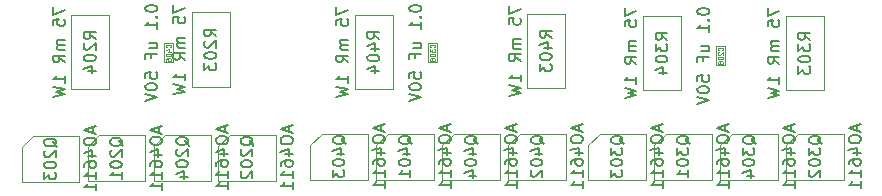
<source format=gbr>
G04 #@! TF.GenerationSoftware,KiCad,Pcbnew,5.1.8*
G04 #@! TF.CreationDate,2021-01-20T23:19:54-05:00*
G04 #@! TF.ProjectId,cnc-controller,636e632d-636f-46e7-9472-6f6c6c65722e,rev?*
G04 #@! TF.SameCoordinates,Original*
G04 #@! TF.FileFunction,Other,Fab,Bot*
%FSLAX46Y46*%
G04 Gerber Fmt 4.6, Leading zero omitted, Abs format (unit mm)*
G04 Created by KiCad (PCBNEW 5.1.8) date 2021-01-20 23:19:54*
%MOMM*%
%LPD*%
G01*
G04 APERTURE LIST*
%ADD10C,0.100000*%
%ADD11C,0.150000*%
%ADD12C,0.060000*%
G04 APERTURE END LIST*
D10*
X52600000Y-153250000D02*
X52600000Y-159550000D01*
X55800000Y-153250000D02*
X52600000Y-153250000D01*
X55800000Y-159550000D02*
X55800000Y-153250000D01*
X52600000Y-159550000D02*
X55800000Y-159550000D01*
X67200000Y-153150000D02*
X67200000Y-159450000D01*
X70400000Y-153150000D02*
X67200000Y-153150000D01*
X70400000Y-159450000D02*
X70400000Y-153150000D01*
X67200000Y-159450000D02*
X70400000Y-159450000D01*
X77000000Y-153350000D02*
X77000000Y-159650000D01*
X80200000Y-153350000D02*
X77000000Y-153350000D01*
X80200000Y-159650000D02*
X80200000Y-153350000D01*
X77000000Y-159650000D02*
X80200000Y-159650000D01*
X89100000Y-153350000D02*
X89100000Y-159650000D01*
X92300000Y-153350000D02*
X89100000Y-153350000D01*
X92300000Y-159650000D02*
X92300000Y-153350000D01*
X89100000Y-159650000D02*
X92300000Y-159650000D01*
X28600000Y-153250000D02*
X28600000Y-159550000D01*
X31800000Y-153250000D02*
X28600000Y-153250000D01*
X31800000Y-159550000D02*
X31800000Y-153250000D01*
X28600000Y-159550000D02*
X31800000Y-159550000D01*
X38800000Y-153050000D02*
X38800000Y-159350000D01*
X42000000Y-153050000D02*
X38800000Y-153050000D01*
X42000000Y-159350000D02*
X42000000Y-153050000D01*
X38800000Y-159350000D02*
X42000000Y-159350000D01*
X60971000Y-163304000D02*
X59996000Y-164279000D01*
X64896000Y-163304000D02*
X60971000Y-163304000D01*
X64896000Y-167204000D02*
X64896000Y-163304000D01*
X59996000Y-167204000D02*
X64896000Y-167204000D01*
X59996000Y-164279000D02*
X59996000Y-167204000D01*
X49795000Y-163304000D02*
X48820000Y-164279000D01*
X53720000Y-163304000D02*
X49795000Y-163304000D01*
X53720000Y-167204000D02*
X53720000Y-163304000D01*
X48820000Y-167204000D02*
X53720000Y-167204000D01*
X48820000Y-164279000D02*
X48820000Y-167204000D01*
X66559000Y-163304000D02*
X65584000Y-164279000D01*
X70484000Y-163304000D02*
X66559000Y-163304000D01*
X70484000Y-167204000D02*
X70484000Y-163304000D01*
X65584000Y-167204000D02*
X70484000Y-167204000D01*
X65584000Y-164279000D02*
X65584000Y-167204000D01*
X55383000Y-163304000D02*
X54408000Y-164279000D01*
X59308000Y-163304000D02*
X55383000Y-163304000D01*
X59308000Y-167204000D02*
X59308000Y-163304000D01*
X54408000Y-167204000D02*
X59308000Y-167204000D01*
X54408000Y-164279000D02*
X54408000Y-167204000D01*
X84509000Y-163304000D02*
X83534000Y-164279000D01*
X88434000Y-163304000D02*
X84509000Y-163304000D01*
X88434000Y-167204000D02*
X88434000Y-163304000D01*
X83534000Y-167204000D02*
X88434000Y-167204000D01*
X83534000Y-164279000D02*
X83534000Y-167204000D01*
X73333000Y-163304000D02*
X72358000Y-164279000D01*
X77258000Y-163304000D02*
X73333000Y-163304000D01*
X77258000Y-167204000D02*
X77258000Y-163304000D01*
X72358000Y-167204000D02*
X77258000Y-167204000D01*
X72358000Y-164279000D02*
X72358000Y-167204000D01*
X90097000Y-163304000D02*
X89122000Y-164279000D01*
X94022000Y-163304000D02*
X90097000Y-163304000D01*
X94022000Y-167204000D02*
X94022000Y-163304000D01*
X89122000Y-167204000D02*
X94022000Y-167204000D01*
X89122000Y-164279000D02*
X89122000Y-167204000D01*
X78921000Y-163304000D02*
X77946000Y-164279000D01*
X82846000Y-163304000D02*
X78921000Y-163304000D01*
X82846000Y-167204000D02*
X82846000Y-163304000D01*
X77946000Y-167204000D02*
X82846000Y-167204000D01*
X77946000Y-164279000D02*
X77946000Y-167204000D01*
X36531000Y-163400000D02*
X35556000Y-164375000D01*
X40456000Y-163400000D02*
X36531000Y-163400000D01*
X40456000Y-167300000D02*
X40456000Y-163400000D01*
X35556000Y-167300000D02*
X40456000Y-167300000D01*
X35556000Y-164375000D02*
X35556000Y-167300000D01*
X25355000Y-163504000D02*
X24380000Y-164479000D01*
X29280000Y-163504000D02*
X25355000Y-163504000D01*
X29280000Y-167404000D02*
X29280000Y-163504000D01*
X24380000Y-167404000D02*
X29280000Y-167404000D01*
X24380000Y-164479000D02*
X24380000Y-167404000D01*
X41995000Y-163400000D02*
X41020000Y-164375000D01*
X45920000Y-163400000D02*
X41995000Y-163400000D01*
X45920000Y-167300000D02*
X45920000Y-163400000D01*
X41020000Y-167300000D02*
X45920000Y-167300000D01*
X41020000Y-164375000D02*
X41020000Y-167300000D01*
X30943000Y-163450000D02*
X29968000Y-164425000D01*
X34868000Y-163450000D02*
X30943000Y-163450000D01*
X34868000Y-167350000D02*
X34868000Y-163450000D01*
X29968000Y-167350000D02*
X34868000Y-167350000D01*
X29968000Y-164425000D02*
X29968000Y-167350000D01*
X36430000Y-155664000D02*
X36430000Y-157264000D01*
X37230000Y-155664000D02*
X36430000Y-155664000D01*
X37230000Y-157264000D02*
X37230000Y-155664000D01*
X36430000Y-157264000D02*
X37230000Y-157264000D01*
X58782000Y-155664000D02*
X58782000Y-157264000D01*
X59582000Y-155664000D02*
X58782000Y-155664000D01*
X59582000Y-157264000D02*
X59582000Y-155664000D01*
X58782000Y-157264000D02*
X59582000Y-157264000D01*
X83166000Y-155918000D02*
X83166000Y-157518000D01*
X83966000Y-155918000D02*
X83166000Y-155918000D01*
X83966000Y-157518000D02*
X83966000Y-155918000D01*
X83166000Y-157518000D02*
X83966000Y-157518000D01*
D11*
X51032380Y-152614285D02*
X51032380Y-153280952D01*
X52032380Y-152852380D01*
X51032380Y-154138095D02*
X51032380Y-153661904D01*
X51508571Y-153614285D01*
X51460952Y-153661904D01*
X51413333Y-153757142D01*
X51413333Y-153995238D01*
X51460952Y-154090476D01*
X51508571Y-154138095D01*
X51603809Y-154185714D01*
X51841904Y-154185714D01*
X51937142Y-154138095D01*
X51984761Y-154090476D01*
X52032380Y-153995238D01*
X52032380Y-153757142D01*
X51984761Y-153661904D01*
X51937142Y-153614285D01*
X52032380Y-155376190D02*
X51365714Y-155376190D01*
X51460952Y-155376190D02*
X51413333Y-155423809D01*
X51365714Y-155519047D01*
X51365714Y-155661904D01*
X51413333Y-155757142D01*
X51508571Y-155804761D01*
X52032380Y-155804761D01*
X51508571Y-155804761D02*
X51413333Y-155852380D01*
X51365714Y-155947619D01*
X51365714Y-156090476D01*
X51413333Y-156185714D01*
X51508571Y-156233333D01*
X52032380Y-156233333D01*
X52032380Y-157280952D02*
X51556190Y-156947619D01*
X52032380Y-156709523D02*
X51032380Y-156709523D01*
X51032380Y-157090476D01*
X51080000Y-157185714D01*
X51127619Y-157233333D01*
X51222857Y-157280952D01*
X51365714Y-157280952D01*
X51460952Y-157233333D01*
X51508571Y-157185714D01*
X51556190Y-157090476D01*
X51556190Y-156709523D01*
X52032380Y-158995238D02*
X52032380Y-158423809D01*
X52032380Y-158709523D02*
X51032380Y-158709523D01*
X51175238Y-158614285D01*
X51270476Y-158519047D01*
X51318095Y-158423809D01*
X51032380Y-159328571D02*
X52032380Y-159566666D01*
X51318095Y-159757142D01*
X52032380Y-159947619D01*
X51032380Y-160185714D01*
X54652380Y-155280952D02*
X54176190Y-154947619D01*
X54652380Y-154709523D02*
X53652380Y-154709523D01*
X53652380Y-155090476D01*
X53700000Y-155185714D01*
X53747619Y-155233333D01*
X53842857Y-155280952D01*
X53985714Y-155280952D01*
X54080952Y-155233333D01*
X54128571Y-155185714D01*
X54176190Y-155090476D01*
X54176190Y-154709523D01*
X53985714Y-156138095D02*
X54652380Y-156138095D01*
X53604761Y-155900000D02*
X54319047Y-155661904D01*
X54319047Y-156280952D01*
X53652380Y-156852380D02*
X53652380Y-156947619D01*
X53700000Y-157042857D01*
X53747619Y-157090476D01*
X53842857Y-157138095D01*
X54033333Y-157185714D01*
X54271428Y-157185714D01*
X54461904Y-157138095D01*
X54557142Y-157090476D01*
X54604761Y-157042857D01*
X54652380Y-156947619D01*
X54652380Y-156852380D01*
X54604761Y-156757142D01*
X54557142Y-156709523D01*
X54461904Y-156661904D01*
X54271428Y-156614285D01*
X54033333Y-156614285D01*
X53842857Y-156661904D01*
X53747619Y-156709523D01*
X53700000Y-156757142D01*
X53652380Y-156852380D01*
X53985714Y-158042857D02*
X54652380Y-158042857D01*
X53604761Y-157804761D02*
X54319047Y-157566666D01*
X54319047Y-158185714D01*
X65632380Y-152514285D02*
X65632380Y-153180952D01*
X66632380Y-152752380D01*
X65632380Y-154038095D02*
X65632380Y-153561904D01*
X66108571Y-153514285D01*
X66060952Y-153561904D01*
X66013333Y-153657142D01*
X66013333Y-153895238D01*
X66060952Y-153990476D01*
X66108571Y-154038095D01*
X66203809Y-154085714D01*
X66441904Y-154085714D01*
X66537142Y-154038095D01*
X66584761Y-153990476D01*
X66632380Y-153895238D01*
X66632380Y-153657142D01*
X66584761Y-153561904D01*
X66537142Y-153514285D01*
X66632380Y-155276190D02*
X65965714Y-155276190D01*
X66060952Y-155276190D02*
X66013333Y-155323809D01*
X65965714Y-155419047D01*
X65965714Y-155561904D01*
X66013333Y-155657142D01*
X66108571Y-155704761D01*
X66632380Y-155704761D01*
X66108571Y-155704761D02*
X66013333Y-155752380D01*
X65965714Y-155847619D01*
X65965714Y-155990476D01*
X66013333Y-156085714D01*
X66108571Y-156133333D01*
X66632380Y-156133333D01*
X66632380Y-157180952D02*
X66156190Y-156847619D01*
X66632380Y-156609523D02*
X65632380Y-156609523D01*
X65632380Y-156990476D01*
X65680000Y-157085714D01*
X65727619Y-157133333D01*
X65822857Y-157180952D01*
X65965714Y-157180952D01*
X66060952Y-157133333D01*
X66108571Y-157085714D01*
X66156190Y-156990476D01*
X66156190Y-156609523D01*
X66632380Y-158895238D02*
X66632380Y-158323809D01*
X66632380Y-158609523D02*
X65632380Y-158609523D01*
X65775238Y-158514285D01*
X65870476Y-158419047D01*
X65918095Y-158323809D01*
X65632380Y-159228571D02*
X66632380Y-159466666D01*
X65918095Y-159657142D01*
X66632380Y-159847619D01*
X65632380Y-160085714D01*
X69252380Y-155180952D02*
X68776190Y-154847619D01*
X69252380Y-154609523D02*
X68252380Y-154609523D01*
X68252380Y-154990476D01*
X68300000Y-155085714D01*
X68347619Y-155133333D01*
X68442857Y-155180952D01*
X68585714Y-155180952D01*
X68680952Y-155133333D01*
X68728571Y-155085714D01*
X68776190Y-154990476D01*
X68776190Y-154609523D01*
X68585714Y-156038095D02*
X69252380Y-156038095D01*
X68204761Y-155800000D02*
X68919047Y-155561904D01*
X68919047Y-156180952D01*
X68252380Y-156752380D02*
X68252380Y-156847619D01*
X68300000Y-156942857D01*
X68347619Y-156990476D01*
X68442857Y-157038095D01*
X68633333Y-157085714D01*
X68871428Y-157085714D01*
X69061904Y-157038095D01*
X69157142Y-156990476D01*
X69204761Y-156942857D01*
X69252380Y-156847619D01*
X69252380Y-156752380D01*
X69204761Y-156657142D01*
X69157142Y-156609523D01*
X69061904Y-156561904D01*
X68871428Y-156514285D01*
X68633333Y-156514285D01*
X68442857Y-156561904D01*
X68347619Y-156609523D01*
X68300000Y-156657142D01*
X68252380Y-156752380D01*
X68252380Y-157419047D02*
X68252380Y-158038095D01*
X68633333Y-157704761D01*
X68633333Y-157847619D01*
X68680952Y-157942857D01*
X68728571Y-157990476D01*
X68823809Y-158038095D01*
X69061904Y-158038095D01*
X69157142Y-157990476D01*
X69204761Y-157942857D01*
X69252380Y-157847619D01*
X69252380Y-157561904D01*
X69204761Y-157466666D01*
X69157142Y-157419047D01*
X75432380Y-152714285D02*
X75432380Y-153380952D01*
X76432380Y-152952380D01*
X75432380Y-154238095D02*
X75432380Y-153761904D01*
X75908571Y-153714285D01*
X75860952Y-153761904D01*
X75813333Y-153857142D01*
X75813333Y-154095238D01*
X75860952Y-154190476D01*
X75908571Y-154238095D01*
X76003809Y-154285714D01*
X76241904Y-154285714D01*
X76337142Y-154238095D01*
X76384761Y-154190476D01*
X76432380Y-154095238D01*
X76432380Y-153857142D01*
X76384761Y-153761904D01*
X76337142Y-153714285D01*
X76432380Y-155476190D02*
X75765714Y-155476190D01*
X75860952Y-155476190D02*
X75813333Y-155523809D01*
X75765714Y-155619047D01*
X75765714Y-155761904D01*
X75813333Y-155857142D01*
X75908571Y-155904761D01*
X76432380Y-155904761D01*
X75908571Y-155904761D02*
X75813333Y-155952380D01*
X75765714Y-156047619D01*
X75765714Y-156190476D01*
X75813333Y-156285714D01*
X75908571Y-156333333D01*
X76432380Y-156333333D01*
X76432380Y-157380952D02*
X75956190Y-157047619D01*
X76432380Y-156809523D02*
X75432380Y-156809523D01*
X75432380Y-157190476D01*
X75480000Y-157285714D01*
X75527619Y-157333333D01*
X75622857Y-157380952D01*
X75765714Y-157380952D01*
X75860952Y-157333333D01*
X75908571Y-157285714D01*
X75956190Y-157190476D01*
X75956190Y-156809523D01*
X76432380Y-159095238D02*
X76432380Y-158523809D01*
X76432380Y-158809523D02*
X75432380Y-158809523D01*
X75575238Y-158714285D01*
X75670476Y-158619047D01*
X75718095Y-158523809D01*
X75432380Y-159428571D02*
X76432380Y-159666666D01*
X75718095Y-159857142D01*
X76432380Y-160047619D01*
X75432380Y-160285714D01*
X79052380Y-155380952D02*
X78576190Y-155047619D01*
X79052380Y-154809523D02*
X78052380Y-154809523D01*
X78052380Y-155190476D01*
X78100000Y-155285714D01*
X78147619Y-155333333D01*
X78242857Y-155380952D01*
X78385714Y-155380952D01*
X78480952Y-155333333D01*
X78528571Y-155285714D01*
X78576190Y-155190476D01*
X78576190Y-154809523D01*
X78052380Y-155714285D02*
X78052380Y-156333333D01*
X78433333Y-156000000D01*
X78433333Y-156142857D01*
X78480952Y-156238095D01*
X78528571Y-156285714D01*
X78623809Y-156333333D01*
X78861904Y-156333333D01*
X78957142Y-156285714D01*
X79004761Y-156238095D01*
X79052380Y-156142857D01*
X79052380Y-155857142D01*
X79004761Y-155761904D01*
X78957142Y-155714285D01*
X78052380Y-156952380D02*
X78052380Y-157047619D01*
X78100000Y-157142857D01*
X78147619Y-157190476D01*
X78242857Y-157238095D01*
X78433333Y-157285714D01*
X78671428Y-157285714D01*
X78861904Y-157238095D01*
X78957142Y-157190476D01*
X79004761Y-157142857D01*
X79052380Y-157047619D01*
X79052380Y-156952380D01*
X79004761Y-156857142D01*
X78957142Y-156809523D01*
X78861904Y-156761904D01*
X78671428Y-156714285D01*
X78433333Y-156714285D01*
X78242857Y-156761904D01*
X78147619Y-156809523D01*
X78100000Y-156857142D01*
X78052380Y-156952380D01*
X78385714Y-158142857D02*
X79052380Y-158142857D01*
X78004761Y-157904761D02*
X78719047Y-157666666D01*
X78719047Y-158285714D01*
X87532380Y-152714285D02*
X87532380Y-153380952D01*
X88532380Y-152952380D01*
X87532380Y-154238095D02*
X87532380Y-153761904D01*
X88008571Y-153714285D01*
X87960952Y-153761904D01*
X87913333Y-153857142D01*
X87913333Y-154095238D01*
X87960952Y-154190476D01*
X88008571Y-154238095D01*
X88103809Y-154285714D01*
X88341904Y-154285714D01*
X88437142Y-154238095D01*
X88484761Y-154190476D01*
X88532380Y-154095238D01*
X88532380Y-153857142D01*
X88484761Y-153761904D01*
X88437142Y-153714285D01*
X88532380Y-155476190D02*
X87865714Y-155476190D01*
X87960952Y-155476190D02*
X87913333Y-155523809D01*
X87865714Y-155619047D01*
X87865714Y-155761904D01*
X87913333Y-155857142D01*
X88008571Y-155904761D01*
X88532380Y-155904761D01*
X88008571Y-155904761D02*
X87913333Y-155952380D01*
X87865714Y-156047619D01*
X87865714Y-156190476D01*
X87913333Y-156285714D01*
X88008571Y-156333333D01*
X88532380Y-156333333D01*
X88532380Y-157380952D02*
X88056190Y-157047619D01*
X88532380Y-156809523D02*
X87532380Y-156809523D01*
X87532380Y-157190476D01*
X87580000Y-157285714D01*
X87627619Y-157333333D01*
X87722857Y-157380952D01*
X87865714Y-157380952D01*
X87960952Y-157333333D01*
X88008571Y-157285714D01*
X88056190Y-157190476D01*
X88056190Y-156809523D01*
X88532380Y-159095238D02*
X88532380Y-158523809D01*
X88532380Y-158809523D02*
X87532380Y-158809523D01*
X87675238Y-158714285D01*
X87770476Y-158619047D01*
X87818095Y-158523809D01*
X87532380Y-159428571D02*
X88532380Y-159666666D01*
X87818095Y-159857142D01*
X88532380Y-160047619D01*
X87532380Y-160285714D01*
X91152380Y-155380952D02*
X90676190Y-155047619D01*
X91152380Y-154809523D02*
X90152380Y-154809523D01*
X90152380Y-155190476D01*
X90200000Y-155285714D01*
X90247619Y-155333333D01*
X90342857Y-155380952D01*
X90485714Y-155380952D01*
X90580952Y-155333333D01*
X90628571Y-155285714D01*
X90676190Y-155190476D01*
X90676190Y-154809523D01*
X90152380Y-155714285D02*
X90152380Y-156333333D01*
X90533333Y-156000000D01*
X90533333Y-156142857D01*
X90580952Y-156238095D01*
X90628571Y-156285714D01*
X90723809Y-156333333D01*
X90961904Y-156333333D01*
X91057142Y-156285714D01*
X91104761Y-156238095D01*
X91152380Y-156142857D01*
X91152380Y-155857142D01*
X91104761Y-155761904D01*
X91057142Y-155714285D01*
X90152380Y-156952380D02*
X90152380Y-157047619D01*
X90200000Y-157142857D01*
X90247619Y-157190476D01*
X90342857Y-157238095D01*
X90533333Y-157285714D01*
X90771428Y-157285714D01*
X90961904Y-157238095D01*
X91057142Y-157190476D01*
X91104761Y-157142857D01*
X91152380Y-157047619D01*
X91152380Y-156952380D01*
X91104761Y-156857142D01*
X91057142Y-156809523D01*
X90961904Y-156761904D01*
X90771428Y-156714285D01*
X90533333Y-156714285D01*
X90342857Y-156761904D01*
X90247619Y-156809523D01*
X90200000Y-156857142D01*
X90152380Y-156952380D01*
X90152380Y-157619047D02*
X90152380Y-158238095D01*
X90533333Y-157904761D01*
X90533333Y-158047619D01*
X90580952Y-158142857D01*
X90628571Y-158190476D01*
X90723809Y-158238095D01*
X90961904Y-158238095D01*
X91057142Y-158190476D01*
X91104761Y-158142857D01*
X91152380Y-158047619D01*
X91152380Y-157761904D01*
X91104761Y-157666666D01*
X91057142Y-157619047D01*
X27032380Y-152614285D02*
X27032380Y-153280952D01*
X28032380Y-152852380D01*
X27032380Y-154138095D02*
X27032380Y-153661904D01*
X27508571Y-153614285D01*
X27460952Y-153661904D01*
X27413333Y-153757142D01*
X27413333Y-153995238D01*
X27460952Y-154090476D01*
X27508571Y-154138095D01*
X27603809Y-154185714D01*
X27841904Y-154185714D01*
X27937142Y-154138095D01*
X27984761Y-154090476D01*
X28032380Y-153995238D01*
X28032380Y-153757142D01*
X27984761Y-153661904D01*
X27937142Y-153614285D01*
X28032380Y-155376190D02*
X27365714Y-155376190D01*
X27460952Y-155376190D02*
X27413333Y-155423809D01*
X27365714Y-155519047D01*
X27365714Y-155661904D01*
X27413333Y-155757142D01*
X27508571Y-155804761D01*
X28032380Y-155804761D01*
X27508571Y-155804761D02*
X27413333Y-155852380D01*
X27365714Y-155947619D01*
X27365714Y-156090476D01*
X27413333Y-156185714D01*
X27508571Y-156233333D01*
X28032380Y-156233333D01*
X28032380Y-157280952D02*
X27556190Y-156947619D01*
X28032380Y-156709523D02*
X27032380Y-156709523D01*
X27032380Y-157090476D01*
X27080000Y-157185714D01*
X27127619Y-157233333D01*
X27222857Y-157280952D01*
X27365714Y-157280952D01*
X27460952Y-157233333D01*
X27508571Y-157185714D01*
X27556190Y-157090476D01*
X27556190Y-156709523D01*
X28032380Y-158995238D02*
X28032380Y-158423809D01*
X28032380Y-158709523D02*
X27032380Y-158709523D01*
X27175238Y-158614285D01*
X27270476Y-158519047D01*
X27318095Y-158423809D01*
X27032380Y-159328571D02*
X28032380Y-159566666D01*
X27318095Y-159757142D01*
X28032380Y-159947619D01*
X27032380Y-160185714D01*
X30652380Y-155280952D02*
X30176190Y-154947619D01*
X30652380Y-154709523D02*
X29652380Y-154709523D01*
X29652380Y-155090476D01*
X29700000Y-155185714D01*
X29747619Y-155233333D01*
X29842857Y-155280952D01*
X29985714Y-155280952D01*
X30080952Y-155233333D01*
X30128571Y-155185714D01*
X30176190Y-155090476D01*
X30176190Y-154709523D01*
X29747619Y-155661904D02*
X29700000Y-155709523D01*
X29652380Y-155804761D01*
X29652380Y-156042857D01*
X29700000Y-156138095D01*
X29747619Y-156185714D01*
X29842857Y-156233333D01*
X29938095Y-156233333D01*
X30080952Y-156185714D01*
X30652380Y-155614285D01*
X30652380Y-156233333D01*
X29652380Y-156852380D02*
X29652380Y-156947619D01*
X29700000Y-157042857D01*
X29747619Y-157090476D01*
X29842857Y-157138095D01*
X30033333Y-157185714D01*
X30271428Y-157185714D01*
X30461904Y-157138095D01*
X30557142Y-157090476D01*
X30604761Y-157042857D01*
X30652380Y-156947619D01*
X30652380Y-156852380D01*
X30604761Y-156757142D01*
X30557142Y-156709523D01*
X30461904Y-156661904D01*
X30271428Y-156614285D01*
X30033333Y-156614285D01*
X29842857Y-156661904D01*
X29747619Y-156709523D01*
X29700000Y-156757142D01*
X29652380Y-156852380D01*
X29985714Y-158042857D02*
X30652380Y-158042857D01*
X29604761Y-157804761D02*
X30319047Y-157566666D01*
X30319047Y-158185714D01*
X37232380Y-152414285D02*
X37232380Y-153080952D01*
X38232380Y-152652380D01*
X37232380Y-153938095D02*
X37232380Y-153461904D01*
X37708571Y-153414285D01*
X37660952Y-153461904D01*
X37613333Y-153557142D01*
X37613333Y-153795238D01*
X37660952Y-153890476D01*
X37708571Y-153938095D01*
X37803809Y-153985714D01*
X38041904Y-153985714D01*
X38137142Y-153938095D01*
X38184761Y-153890476D01*
X38232380Y-153795238D01*
X38232380Y-153557142D01*
X38184761Y-153461904D01*
X38137142Y-153414285D01*
X38232380Y-155176190D02*
X37565714Y-155176190D01*
X37660952Y-155176190D02*
X37613333Y-155223809D01*
X37565714Y-155319047D01*
X37565714Y-155461904D01*
X37613333Y-155557142D01*
X37708571Y-155604761D01*
X38232380Y-155604761D01*
X37708571Y-155604761D02*
X37613333Y-155652380D01*
X37565714Y-155747619D01*
X37565714Y-155890476D01*
X37613333Y-155985714D01*
X37708571Y-156033333D01*
X38232380Y-156033333D01*
X38232380Y-157080952D02*
X37756190Y-156747619D01*
X38232380Y-156509523D02*
X37232380Y-156509523D01*
X37232380Y-156890476D01*
X37280000Y-156985714D01*
X37327619Y-157033333D01*
X37422857Y-157080952D01*
X37565714Y-157080952D01*
X37660952Y-157033333D01*
X37708571Y-156985714D01*
X37756190Y-156890476D01*
X37756190Y-156509523D01*
X38232380Y-158795238D02*
X38232380Y-158223809D01*
X38232380Y-158509523D02*
X37232380Y-158509523D01*
X37375238Y-158414285D01*
X37470476Y-158319047D01*
X37518095Y-158223809D01*
X37232380Y-159128571D02*
X38232380Y-159366666D01*
X37518095Y-159557142D01*
X38232380Y-159747619D01*
X37232380Y-159985714D01*
X40852380Y-155080952D02*
X40376190Y-154747619D01*
X40852380Y-154509523D02*
X39852380Y-154509523D01*
X39852380Y-154890476D01*
X39900000Y-154985714D01*
X39947619Y-155033333D01*
X40042857Y-155080952D01*
X40185714Y-155080952D01*
X40280952Y-155033333D01*
X40328571Y-154985714D01*
X40376190Y-154890476D01*
X40376190Y-154509523D01*
X39947619Y-155461904D02*
X39900000Y-155509523D01*
X39852380Y-155604761D01*
X39852380Y-155842857D01*
X39900000Y-155938095D01*
X39947619Y-155985714D01*
X40042857Y-156033333D01*
X40138095Y-156033333D01*
X40280952Y-155985714D01*
X40852380Y-155414285D01*
X40852380Y-156033333D01*
X39852380Y-156652380D02*
X39852380Y-156747619D01*
X39900000Y-156842857D01*
X39947619Y-156890476D01*
X40042857Y-156938095D01*
X40233333Y-156985714D01*
X40471428Y-156985714D01*
X40661904Y-156938095D01*
X40757142Y-156890476D01*
X40804761Y-156842857D01*
X40852380Y-156747619D01*
X40852380Y-156652380D01*
X40804761Y-156557142D01*
X40757142Y-156509523D01*
X40661904Y-156461904D01*
X40471428Y-156414285D01*
X40233333Y-156414285D01*
X40042857Y-156461904D01*
X39947619Y-156509523D01*
X39900000Y-156557142D01*
X39852380Y-156652380D01*
X39852380Y-157319047D02*
X39852380Y-157938095D01*
X40233333Y-157604761D01*
X40233333Y-157747619D01*
X40280952Y-157842857D01*
X40328571Y-157890476D01*
X40423809Y-157938095D01*
X40661904Y-157938095D01*
X40757142Y-157890476D01*
X40804761Y-157842857D01*
X40852380Y-157747619D01*
X40852380Y-157461904D01*
X40804761Y-157366666D01*
X40757142Y-157319047D01*
X66012666Y-162587333D02*
X66012666Y-163063523D01*
X66298380Y-162492095D02*
X65298380Y-162825428D01*
X66298380Y-163158761D01*
X65298380Y-163682571D02*
X65298380Y-163873047D01*
X65346000Y-163968285D01*
X65441238Y-164063523D01*
X65631714Y-164111142D01*
X65965047Y-164111142D01*
X66155523Y-164063523D01*
X66250761Y-163968285D01*
X66298380Y-163873047D01*
X66298380Y-163682571D01*
X66250761Y-163587333D01*
X66155523Y-163492095D01*
X65965047Y-163444476D01*
X65631714Y-163444476D01*
X65441238Y-163492095D01*
X65346000Y-163587333D01*
X65298380Y-163682571D01*
X65631714Y-164968285D02*
X66298380Y-164968285D01*
X65250761Y-164730190D02*
X65965047Y-164492095D01*
X65965047Y-165111142D01*
X65298380Y-165920666D02*
X65298380Y-165730190D01*
X65346000Y-165634952D01*
X65393619Y-165587333D01*
X65536476Y-165492095D01*
X65726952Y-165444476D01*
X66107904Y-165444476D01*
X66203142Y-165492095D01*
X66250761Y-165539714D01*
X66298380Y-165634952D01*
X66298380Y-165825428D01*
X66250761Y-165920666D01*
X66203142Y-165968285D01*
X66107904Y-166015904D01*
X65869809Y-166015904D01*
X65774571Y-165968285D01*
X65726952Y-165920666D01*
X65679333Y-165825428D01*
X65679333Y-165634952D01*
X65726952Y-165539714D01*
X65774571Y-165492095D01*
X65869809Y-165444476D01*
X66298380Y-166968285D02*
X66298380Y-166396857D01*
X66298380Y-166682571D02*
X65298380Y-166682571D01*
X65441238Y-166587333D01*
X65536476Y-166492095D01*
X65584095Y-166396857D01*
X66298380Y-167920666D02*
X66298380Y-167349238D01*
X66298380Y-167634952D02*
X65298380Y-167634952D01*
X65441238Y-167539714D01*
X65536476Y-167444476D01*
X65584095Y-167349238D01*
X62982666Y-164227333D02*
X62936000Y-164134000D01*
X62842666Y-164040666D01*
X62702666Y-163900666D01*
X62656000Y-163807333D01*
X62656000Y-163714000D01*
X62889333Y-163760666D02*
X62842666Y-163667333D01*
X62749333Y-163574000D01*
X62562666Y-163527333D01*
X62236000Y-163527333D01*
X62049333Y-163574000D01*
X61956000Y-163667333D01*
X61909333Y-163760666D01*
X61909333Y-163947333D01*
X61956000Y-164040666D01*
X62049333Y-164134000D01*
X62236000Y-164180666D01*
X62562666Y-164180666D01*
X62749333Y-164134000D01*
X62842666Y-164040666D01*
X62889333Y-163947333D01*
X62889333Y-163760666D01*
X62236000Y-165020666D02*
X62889333Y-165020666D01*
X61862666Y-164787333D02*
X62562666Y-164554000D01*
X62562666Y-165160666D01*
X61909333Y-165720666D02*
X61909333Y-165814000D01*
X61956000Y-165907333D01*
X62002666Y-165954000D01*
X62096000Y-166000666D01*
X62282666Y-166047333D01*
X62516000Y-166047333D01*
X62702666Y-166000666D01*
X62796000Y-165954000D01*
X62842666Y-165907333D01*
X62889333Y-165814000D01*
X62889333Y-165720666D01*
X62842666Y-165627333D01*
X62796000Y-165580666D01*
X62702666Y-165534000D01*
X62516000Y-165487333D01*
X62282666Y-165487333D01*
X62096000Y-165534000D01*
X62002666Y-165580666D01*
X61956000Y-165627333D01*
X61909333Y-165720666D01*
X62236000Y-166887333D02*
X62889333Y-166887333D01*
X61862666Y-166654000D02*
X62562666Y-166420666D01*
X62562666Y-167027333D01*
X54836666Y-162587333D02*
X54836666Y-163063523D01*
X55122380Y-162492095D02*
X54122380Y-162825428D01*
X55122380Y-163158761D01*
X54122380Y-163682571D02*
X54122380Y-163873047D01*
X54170000Y-163968285D01*
X54265238Y-164063523D01*
X54455714Y-164111142D01*
X54789047Y-164111142D01*
X54979523Y-164063523D01*
X55074761Y-163968285D01*
X55122380Y-163873047D01*
X55122380Y-163682571D01*
X55074761Y-163587333D01*
X54979523Y-163492095D01*
X54789047Y-163444476D01*
X54455714Y-163444476D01*
X54265238Y-163492095D01*
X54170000Y-163587333D01*
X54122380Y-163682571D01*
X54455714Y-164968285D02*
X55122380Y-164968285D01*
X54074761Y-164730190D02*
X54789047Y-164492095D01*
X54789047Y-165111142D01*
X54122380Y-165920666D02*
X54122380Y-165730190D01*
X54170000Y-165634952D01*
X54217619Y-165587333D01*
X54360476Y-165492095D01*
X54550952Y-165444476D01*
X54931904Y-165444476D01*
X55027142Y-165492095D01*
X55074761Y-165539714D01*
X55122380Y-165634952D01*
X55122380Y-165825428D01*
X55074761Y-165920666D01*
X55027142Y-165968285D01*
X54931904Y-166015904D01*
X54693809Y-166015904D01*
X54598571Y-165968285D01*
X54550952Y-165920666D01*
X54503333Y-165825428D01*
X54503333Y-165634952D01*
X54550952Y-165539714D01*
X54598571Y-165492095D01*
X54693809Y-165444476D01*
X55122380Y-166968285D02*
X55122380Y-166396857D01*
X55122380Y-166682571D02*
X54122380Y-166682571D01*
X54265238Y-166587333D01*
X54360476Y-166492095D01*
X54408095Y-166396857D01*
X55122380Y-167920666D02*
X55122380Y-167349238D01*
X55122380Y-167634952D02*
X54122380Y-167634952D01*
X54265238Y-167539714D01*
X54360476Y-167444476D01*
X54408095Y-167349238D01*
X51806666Y-164227333D02*
X51760000Y-164134000D01*
X51666666Y-164040666D01*
X51526666Y-163900666D01*
X51480000Y-163807333D01*
X51480000Y-163714000D01*
X51713333Y-163760666D02*
X51666666Y-163667333D01*
X51573333Y-163574000D01*
X51386666Y-163527333D01*
X51060000Y-163527333D01*
X50873333Y-163574000D01*
X50780000Y-163667333D01*
X50733333Y-163760666D01*
X50733333Y-163947333D01*
X50780000Y-164040666D01*
X50873333Y-164134000D01*
X51060000Y-164180666D01*
X51386666Y-164180666D01*
X51573333Y-164134000D01*
X51666666Y-164040666D01*
X51713333Y-163947333D01*
X51713333Y-163760666D01*
X51060000Y-165020666D02*
X51713333Y-165020666D01*
X50686666Y-164787333D02*
X51386666Y-164554000D01*
X51386666Y-165160666D01*
X50733333Y-165720666D02*
X50733333Y-165814000D01*
X50780000Y-165907333D01*
X50826666Y-165954000D01*
X50920000Y-166000666D01*
X51106666Y-166047333D01*
X51340000Y-166047333D01*
X51526666Y-166000666D01*
X51620000Y-165954000D01*
X51666666Y-165907333D01*
X51713333Y-165814000D01*
X51713333Y-165720666D01*
X51666666Y-165627333D01*
X51620000Y-165580666D01*
X51526666Y-165534000D01*
X51340000Y-165487333D01*
X51106666Y-165487333D01*
X50920000Y-165534000D01*
X50826666Y-165580666D01*
X50780000Y-165627333D01*
X50733333Y-165720666D01*
X50733333Y-166374000D02*
X50733333Y-166980666D01*
X51106666Y-166654000D01*
X51106666Y-166794000D01*
X51153333Y-166887333D01*
X51200000Y-166934000D01*
X51293333Y-166980666D01*
X51526666Y-166980666D01*
X51620000Y-166934000D01*
X51666666Y-166887333D01*
X51713333Y-166794000D01*
X51713333Y-166514000D01*
X51666666Y-166420666D01*
X51620000Y-166374000D01*
X71600666Y-162587333D02*
X71600666Y-163063523D01*
X71886380Y-162492095D02*
X70886380Y-162825428D01*
X71886380Y-163158761D01*
X70886380Y-163682571D02*
X70886380Y-163873047D01*
X70934000Y-163968285D01*
X71029238Y-164063523D01*
X71219714Y-164111142D01*
X71553047Y-164111142D01*
X71743523Y-164063523D01*
X71838761Y-163968285D01*
X71886380Y-163873047D01*
X71886380Y-163682571D01*
X71838761Y-163587333D01*
X71743523Y-163492095D01*
X71553047Y-163444476D01*
X71219714Y-163444476D01*
X71029238Y-163492095D01*
X70934000Y-163587333D01*
X70886380Y-163682571D01*
X71219714Y-164968285D02*
X71886380Y-164968285D01*
X70838761Y-164730190D02*
X71553047Y-164492095D01*
X71553047Y-165111142D01*
X70886380Y-165920666D02*
X70886380Y-165730190D01*
X70934000Y-165634952D01*
X70981619Y-165587333D01*
X71124476Y-165492095D01*
X71314952Y-165444476D01*
X71695904Y-165444476D01*
X71791142Y-165492095D01*
X71838761Y-165539714D01*
X71886380Y-165634952D01*
X71886380Y-165825428D01*
X71838761Y-165920666D01*
X71791142Y-165968285D01*
X71695904Y-166015904D01*
X71457809Y-166015904D01*
X71362571Y-165968285D01*
X71314952Y-165920666D01*
X71267333Y-165825428D01*
X71267333Y-165634952D01*
X71314952Y-165539714D01*
X71362571Y-165492095D01*
X71457809Y-165444476D01*
X71886380Y-166968285D02*
X71886380Y-166396857D01*
X71886380Y-166682571D02*
X70886380Y-166682571D01*
X71029238Y-166587333D01*
X71124476Y-166492095D01*
X71172095Y-166396857D01*
X71886380Y-167920666D02*
X71886380Y-167349238D01*
X71886380Y-167634952D02*
X70886380Y-167634952D01*
X71029238Y-167539714D01*
X71124476Y-167444476D01*
X71172095Y-167349238D01*
X68570666Y-164227333D02*
X68524000Y-164134000D01*
X68430666Y-164040666D01*
X68290666Y-163900666D01*
X68244000Y-163807333D01*
X68244000Y-163714000D01*
X68477333Y-163760666D02*
X68430666Y-163667333D01*
X68337333Y-163574000D01*
X68150666Y-163527333D01*
X67824000Y-163527333D01*
X67637333Y-163574000D01*
X67544000Y-163667333D01*
X67497333Y-163760666D01*
X67497333Y-163947333D01*
X67544000Y-164040666D01*
X67637333Y-164134000D01*
X67824000Y-164180666D01*
X68150666Y-164180666D01*
X68337333Y-164134000D01*
X68430666Y-164040666D01*
X68477333Y-163947333D01*
X68477333Y-163760666D01*
X67824000Y-165020666D02*
X68477333Y-165020666D01*
X67450666Y-164787333D02*
X68150666Y-164554000D01*
X68150666Y-165160666D01*
X67497333Y-165720666D02*
X67497333Y-165814000D01*
X67544000Y-165907333D01*
X67590666Y-165954000D01*
X67684000Y-166000666D01*
X67870666Y-166047333D01*
X68104000Y-166047333D01*
X68290666Y-166000666D01*
X68384000Y-165954000D01*
X68430666Y-165907333D01*
X68477333Y-165814000D01*
X68477333Y-165720666D01*
X68430666Y-165627333D01*
X68384000Y-165580666D01*
X68290666Y-165534000D01*
X68104000Y-165487333D01*
X67870666Y-165487333D01*
X67684000Y-165534000D01*
X67590666Y-165580666D01*
X67544000Y-165627333D01*
X67497333Y-165720666D01*
X67590666Y-166420666D02*
X67544000Y-166467333D01*
X67497333Y-166560666D01*
X67497333Y-166794000D01*
X67544000Y-166887333D01*
X67590666Y-166934000D01*
X67684000Y-166980666D01*
X67777333Y-166980666D01*
X67917333Y-166934000D01*
X68477333Y-166374000D01*
X68477333Y-166980666D01*
X60424666Y-162587333D02*
X60424666Y-163063523D01*
X60710380Y-162492095D02*
X59710380Y-162825428D01*
X60710380Y-163158761D01*
X59710380Y-163682571D02*
X59710380Y-163873047D01*
X59758000Y-163968285D01*
X59853238Y-164063523D01*
X60043714Y-164111142D01*
X60377047Y-164111142D01*
X60567523Y-164063523D01*
X60662761Y-163968285D01*
X60710380Y-163873047D01*
X60710380Y-163682571D01*
X60662761Y-163587333D01*
X60567523Y-163492095D01*
X60377047Y-163444476D01*
X60043714Y-163444476D01*
X59853238Y-163492095D01*
X59758000Y-163587333D01*
X59710380Y-163682571D01*
X60043714Y-164968285D02*
X60710380Y-164968285D01*
X59662761Y-164730190D02*
X60377047Y-164492095D01*
X60377047Y-165111142D01*
X59710380Y-165920666D02*
X59710380Y-165730190D01*
X59758000Y-165634952D01*
X59805619Y-165587333D01*
X59948476Y-165492095D01*
X60138952Y-165444476D01*
X60519904Y-165444476D01*
X60615142Y-165492095D01*
X60662761Y-165539714D01*
X60710380Y-165634952D01*
X60710380Y-165825428D01*
X60662761Y-165920666D01*
X60615142Y-165968285D01*
X60519904Y-166015904D01*
X60281809Y-166015904D01*
X60186571Y-165968285D01*
X60138952Y-165920666D01*
X60091333Y-165825428D01*
X60091333Y-165634952D01*
X60138952Y-165539714D01*
X60186571Y-165492095D01*
X60281809Y-165444476D01*
X60710380Y-166968285D02*
X60710380Y-166396857D01*
X60710380Y-166682571D02*
X59710380Y-166682571D01*
X59853238Y-166587333D01*
X59948476Y-166492095D01*
X59996095Y-166396857D01*
X60710380Y-167920666D02*
X60710380Y-167349238D01*
X60710380Y-167634952D02*
X59710380Y-167634952D01*
X59853238Y-167539714D01*
X59948476Y-167444476D01*
X59996095Y-167349238D01*
X57394666Y-164227333D02*
X57348000Y-164134000D01*
X57254666Y-164040666D01*
X57114666Y-163900666D01*
X57068000Y-163807333D01*
X57068000Y-163714000D01*
X57301333Y-163760666D02*
X57254666Y-163667333D01*
X57161333Y-163574000D01*
X56974666Y-163527333D01*
X56648000Y-163527333D01*
X56461333Y-163574000D01*
X56368000Y-163667333D01*
X56321333Y-163760666D01*
X56321333Y-163947333D01*
X56368000Y-164040666D01*
X56461333Y-164134000D01*
X56648000Y-164180666D01*
X56974666Y-164180666D01*
X57161333Y-164134000D01*
X57254666Y-164040666D01*
X57301333Y-163947333D01*
X57301333Y-163760666D01*
X56648000Y-165020666D02*
X57301333Y-165020666D01*
X56274666Y-164787333D02*
X56974666Y-164554000D01*
X56974666Y-165160666D01*
X56321333Y-165720666D02*
X56321333Y-165814000D01*
X56368000Y-165907333D01*
X56414666Y-165954000D01*
X56508000Y-166000666D01*
X56694666Y-166047333D01*
X56928000Y-166047333D01*
X57114666Y-166000666D01*
X57208000Y-165954000D01*
X57254666Y-165907333D01*
X57301333Y-165814000D01*
X57301333Y-165720666D01*
X57254666Y-165627333D01*
X57208000Y-165580666D01*
X57114666Y-165534000D01*
X56928000Y-165487333D01*
X56694666Y-165487333D01*
X56508000Y-165534000D01*
X56414666Y-165580666D01*
X56368000Y-165627333D01*
X56321333Y-165720666D01*
X57301333Y-166980666D02*
X57301333Y-166420666D01*
X57301333Y-166700666D02*
X56321333Y-166700666D01*
X56461333Y-166607333D01*
X56554666Y-166514000D01*
X56601333Y-166420666D01*
X89550666Y-162587333D02*
X89550666Y-163063523D01*
X89836380Y-162492095D02*
X88836380Y-162825428D01*
X89836380Y-163158761D01*
X88836380Y-163682571D02*
X88836380Y-163873047D01*
X88884000Y-163968285D01*
X88979238Y-164063523D01*
X89169714Y-164111142D01*
X89503047Y-164111142D01*
X89693523Y-164063523D01*
X89788761Y-163968285D01*
X89836380Y-163873047D01*
X89836380Y-163682571D01*
X89788761Y-163587333D01*
X89693523Y-163492095D01*
X89503047Y-163444476D01*
X89169714Y-163444476D01*
X88979238Y-163492095D01*
X88884000Y-163587333D01*
X88836380Y-163682571D01*
X89169714Y-164968285D02*
X89836380Y-164968285D01*
X88788761Y-164730190D02*
X89503047Y-164492095D01*
X89503047Y-165111142D01*
X88836380Y-165920666D02*
X88836380Y-165730190D01*
X88884000Y-165634952D01*
X88931619Y-165587333D01*
X89074476Y-165492095D01*
X89264952Y-165444476D01*
X89645904Y-165444476D01*
X89741142Y-165492095D01*
X89788761Y-165539714D01*
X89836380Y-165634952D01*
X89836380Y-165825428D01*
X89788761Y-165920666D01*
X89741142Y-165968285D01*
X89645904Y-166015904D01*
X89407809Y-166015904D01*
X89312571Y-165968285D01*
X89264952Y-165920666D01*
X89217333Y-165825428D01*
X89217333Y-165634952D01*
X89264952Y-165539714D01*
X89312571Y-165492095D01*
X89407809Y-165444476D01*
X89836380Y-166968285D02*
X89836380Y-166396857D01*
X89836380Y-166682571D02*
X88836380Y-166682571D01*
X88979238Y-166587333D01*
X89074476Y-166492095D01*
X89122095Y-166396857D01*
X89836380Y-167920666D02*
X89836380Y-167349238D01*
X89836380Y-167634952D02*
X88836380Y-167634952D01*
X88979238Y-167539714D01*
X89074476Y-167444476D01*
X89122095Y-167349238D01*
X86520666Y-164227333D02*
X86474000Y-164134000D01*
X86380666Y-164040666D01*
X86240666Y-163900666D01*
X86194000Y-163807333D01*
X86194000Y-163714000D01*
X86427333Y-163760666D02*
X86380666Y-163667333D01*
X86287333Y-163574000D01*
X86100666Y-163527333D01*
X85774000Y-163527333D01*
X85587333Y-163574000D01*
X85494000Y-163667333D01*
X85447333Y-163760666D01*
X85447333Y-163947333D01*
X85494000Y-164040666D01*
X85587333Y-164134000D01*
X85774000Y-164180666D01*
X86100666Y-164180666D01*
X86287333Y-164134000D01*
X86380666Y-164040666D01*
X86427333Y-163947333D01*
X86427333Y-163760666D01*
X85447333Y-164507333D02*
X85447333Y-165114000D01*
X85820666Y-164787333D01*
X85820666Y-164927333D01*
X85867333Y-165020666D01*
X85914000Y-165067333D01*
X86007333Y-165114000D01*
X86240666Y-165114000D01*
X86334000Y-165067333D01*
X86380666Y-165020666D01*
X86427333Y-164927333D01*
X86427333Y-164647333D01*
X86380666Y-164554000D01*
X86334000Y-164507333D01*
X85447333Y-165720666D02*
X85447333Y-165814000D01*
X85494000Y-165907333D01*
X85540666Y-165954000D01*
X85634000Y-166000666D01*
X85820666Y-166047333D01*
X86054000Y-166047333D01*
X86240666Y-166000666D01*
X86334000Y-165954000D01*
X86380666Y-165907333D01*
X86427333Y-165814000D01*
X86427333Y-165720666D01*
X86380666Y-165627333D01*
X86334000Y-165580666D01*
X86240666Y-165534000D01*
X86054000Y-165487333D01*
X85820666Y-165487333D01*
X85634000Y-165534000D01*
X85540666Y-165580666D01*
X85494000Y-165627333D01*
X85447333Y-165720666D01*
X85774000Y-166887333D02*
X86427333Y-166887333D01*
X85400666Y-166654000D02*
X86100666Y-166420666D01*
X86100666Y-167027333D01*
X78374666Y-162587333D02*
X78374666Y-163063523D01*
X78660380Y-162492095D02*
X77660380Y-162825428D01*
X78660380Y-163158761D01*
X77660380Y-163682571D02*
X77660380Y-163873047D01*
X77708000Y-163968285D01*
X77803238Y-164063523D01*
X77993714Y-164111142D01*
X78327047Y-164111142D01*
X78517523Y-164063523D01*
X78612761Y-163968285D01*
X78660380Y-163873047D01*
X78660380Y-163682571D01*
X78612761Y-163587333D01*
X78517523Y-163492095D01*
X78327047Y-163444476D01*
X77993714Y-163444476D01*
X77803238Y-163492095D01*
X77708000Y-163587333D01*
X77660380Y-163682571D01*
X77993714Y-164968285D02*
X78660380Y-164968285D01*
X77612761Y-164730190D02*
X78327047Y-164492095D01*
X78327047Y-165111142D01*
X77660380Y-165920666D02*
X77660380Y-165730190D01*
X77708000Y-165634952D01*
X77755619Y-165587333D01*
X77898476Y-165492095D01*
X78088952Y-165444476D01*
X78469904Y-165444476D01*
X78565142Y-165492095D01*
X78612761Y-165539714D01*
X78660380Y-165634952D01*
X78660380Y-165825428D01*
X78612761Y-165920666D01*
X78565142Y-165968285D01*
X78469904Y-166015904D01*
X78231809Y-166015904D01*
X78136571Y-165968285D01*
X78088952Y-165920666D01*
X78041333Y-165825428D01*
X78041333Y-165634952D01*
X78088952Y-165539714D01*
X78136571Y-165492095D01*
X78231809Y-165444476D01*
X78660380Y-166968285D02*
X78660380Y-166396857D01*
X78660380Y-166682571D02*
X77660380Y-166682571D01*
X77803238Y-166587333D01*
X77898476Y-166492095D01*
X77946095Y-166396857D01*
X78660380Y-167920666D02*
X78660380Y-167349238D01*
X78660380Y-167634952D02*
X77660380Y-167634952D01*
X77803238Y-167539714D01*
X77898476Y-167444476D01*
X77946095Y-167349238D01*
X75344666Y-164227333D02*
X75298000Y-164134000D01*
X75204666Y-164040666D01*
X75064666Y-163900666D01*
X75018000Y-163807333D01*
X75018000Y-163714000D01*
X75251333Y-163760666D02*
X75204666Y-163667333D01*
X75111333Y-163574000D01*
X74924666Y-163527333D01*
X74598000Y-163527333D01*
X74411333Y-163574000D01*
X74318000Y-163667333D01*
X74271333Y-163760666D01*
X74271333Y-163947333D01*
X74318000Y-164040666D01*
X74411333Y-164134000D01*
X74598000Y-164180666D01*
X74924666Y-164180666D01*
X75111333Y-164134000D01*
X75204666Y-164040666D01*
X75251333Y-163947333D01*
X75251333Y-163760666D01*
X74271333Y-164507333D02*
X74271333Y-165114000D01*
X74644666Y-164787333D01*
X74644666Y-164927333D01*
X74691333Y-165020666D01*
X74738000Y-165067333D01*
X74831333Y-165114000D01*
X75064666Y-165114000D01*
X75158000Y-165067333D01*
X75204666Y-165020666D01*
X75251333Y-164927333D01*
X75251333Y-164647333D01*
X75204666Y-164554000D01*
X75158000Y-164507333D01*
X74271333Y-165720666D02*
X74271333Y-165814000D01*
X74318000Y-165907333D01*
X74364666Y-165954000D01*
X74458000Y-166000666D01*
X74644666Y-166047333D01*
X74878000Y-166047333D01*
X75064666Y-166000666D01*
X75158000Y-165954000D01*
X75204666Y-165907333D01*
X75251333Y-165814000D01*
X75251333Y-165720666D01*
X75204666Y-165627333D01*
X75158000Y-165580666D01*
X75064666Y-165534000D01*
X74878000Y-165487333D01*
X74644666Y-165487333D01*
X74458000Y-165534000D01*
X74364666Y-165580666D01*
X74318000Y-165627333D01*
X74271333Y-165720666D01*
X74271333Y-166374000D02*
X74271333Y-166980666D01*
X74644666Y-166654000D01*
X74644666Y-166794000D01*
X74691333Y-166887333D01*
X74738000Y-166934000D01*
X74831333Y-166980666D01*
X75064666Y-166980666D01*
X75158000Y-166934000D01*
X75204666Y-166887333D01*
X75251333Y-166794000D01*
X75251333Y-166514000D01*
X75204666Y-166420666D01*
X75158000Y-166374000D01*
X95138666Y-162587333D02*
X95138666Y-163063523D01*
X95424380Y-162492095D02*
X94424380Y-162825428D01*
X95424380Y-163158761D01*
X94424380Y-163682571D02*
X94424380Y-163873047D01*
X94472000Y-163968285D01*
X94567238Y-164063523D01*
X94757714Y-164111142D01*
X95091047Y-164111142D01*
X95281523Y-164063523D01*
X95376761Y-163968285D01*
X95424380Y-163873047D01*
X95424380Y-163682571D01*
X95376761Y-163587333D01*
X95281523Y-163492095D01*
X95091047Y-163444476D01*
X94757714Y-163444476D01*
X94567238Y-163492095D01*
X94472000Y-163587333D01*
X94424380Y-163682571D01*
X94757714Y-164968285D02*
X95424380Y-164968285D01*
X94376761Y-164730190D02*
X95091047Y-164492095D01*
X95091047Y-165111142D01*
X94424380Y-165920666D02*
X94424380Y-165730190D01*
X94472000Y-165634952D01*
X94519619Y-165587333D01*
X94662476Y-165492095D01*
X94852952Y-165444476D01*
X95233904Y-165444476D01*
X95329142Y-165492095D01*
X95376761Y-165539714D01*
X95424380Y-165634952D01*
X95424380Y-165825428D01*
X95376761Y-165920666D01*
X95329142Y-165968285D01*
X95233904Y-166015904D01*
X94995809Y-166015904D01*
X94900571Y-165968285D01*
X94852952Y-165920666D01*
X94805333Y-165825428D01*
X94805333Y-165634952D01*
X94852952Y-165539714D01*
X94900571Y-165492095D01*
X94995809Y-165444476D01*
X95424380Y-166968285D02*
X95424380Y-166396857D01*
X95424380Y-166682571D02*
X94424380Y-166682571D01*
X94567238Y-166587333D01*
X94662476Y-166492095D01*
X94710095Y-166396857D01*
X95424380Y-167920666D02*
X95424380Y-167349238D01*
X95424380Y-167634952D02*
X94424380Y-167634952D01*
X94567238Y-167539714D01*
X94662476Y-167444476D01*
X94710095Y-167349238D01*
X92108666Y-164227333D02*
X92062000Y-164134000D01*
X91968666Y-164040666D01*
X91828666Y-163900666D01*
X91782000Y-163807333D01*
X91782000Y-163714000D01*
X92015333Y-163760666D02*
X91968666Y-163667333D01*
X91875333Y-163574000D01*
X91688666Y-163527333D01*
X91362000Y-163527333D01*
X91175333Y-163574000D01*
X91082000Y-163667333D01*
X91035333Y-163760666D01*
X91035333Y-163947333D01*
X91082000Y-164040666D01*
X91175333Y-164134000D01*
X91362000Y-164180666D01*
X91688666Y-164180666D01*
X91875333Y-164134000D01*
X91968666Y-164040666D01*
X92015333Y-163947333D01*
X92015333Y-163760666D01*
X91035333Y-164507333D02*
X91035333Y-165114000D01*
X91408666Y-164787333D01*
X91408666Y-164927333D01*
X91455333Y-165020666D01*
X91502000Y-165067333D01*
X91595333Y-165114000D01*
X91828666Y-165114000D01*
X91922000Y-165067333D01*
X91968666Y-165020666D01*
X92015333Y-164927333D01*
X92015333Y-164647333D01*
X91968666Y-164554000D01*
X91922000Y-164507333D01*
X91035333Y-165720666D02*
X91035333Y-165814000D01*
X91082000Y-165907333D01*
X91128666Y-165954000D01*
X91222000Y-166000666D01*
X91408666Y-166047333D01*
X91642000Y-166047333D01*
X91828666Y-166000666D01*
X91922000Y-165954000D01*
X91968666Y-165907333D01*
X92015333Y-165814000D01*
X92015333Y-165720666D01*
X91968666Y-165627333D01*
X91922000Y-165580666D01*
X91828666Y-165534000D01*
X91642000Y-165487333D01*
X91408666Y-165487333D01*
X91222000Y-165534000D01*
X91128666Y-165580666D01*
X91082000Y-165627333D01*
X91035333Y-165720666D01*
X91128666Y-166420666D02*
X91082000Y-166467333D01*
X91035333Y-166560666D01*
X91035333Y-166794000D01*
X91082000Y-166887333D01*
X91128666Y-166934000D01*
X91222000Y-166980666D01*
X91315333Y-166980666D01*
X91455333Y-166934000D01*
X92015333Y-166374000D01*
X92015333Y-166980666D01*
X83962666Y-162587333D02*
X83962666Y-163063523D01*
X84248380Y-162492095D02*
X83248380Y-162825428D01*
X84248380Y-163158761D01*
X83248380Y-163682571D02*
X83248380Y-163873047D01*
X83296000Y-163968285D01*
X83391238Y-164063523D01*
X83581714Y-164111142D01*
X83915047Y-164111142D01*
X84105523Y-164063523D01*
X84200761Y-163968285D01*
X84248380Y-163873047D01*
X84248380Y-163682571D01*
X84200761Y-163587333D01*
X84105523Y-163492095D01*
X83915047Y-163444476D01*
X83581714Y-163444476D01*
X83391238Y-163492095D01*
X83296000Y-163587333D01*
X83248380Y-163682571D01*
X83581714Y-164968285D02*
X84248380Y-164968285D01*
X83200761Y-164730190D02*
X83915047Y-164492095D01*
X83915047Y-165111142D01*
X83248380Y-165920666D02*
X83248380Y-165730190D01*
X83296000Y-165634952D01*
X83343619Y-165587333D01*
X83486476Y-165492095D01*
X83676952Y-165444476D01*
X84057904Y-165444476D01*
X84153142Y-165492095D01*
X84200761Y-165539714D01*
X84248380Y-165634952D01*
X84248380Y-165825428D01*
X84200761Y-165920666D01*
X84153142Y-165968285D01*
X84057904Y-166015904D01*
X83819809Y-166015904D01*
X83724571Y-165968285D01*
X83676952Y-165920666D01*
X83629333Y-165825428D01*
X83629333Y-165634952D01*
X83676952Y-165539714D01*
X83724571Y-165492095D01*
X83819809Y-165444476D01*
X84248380Y-166968285D02*
X84248380Y-166396857D01*
X84248380Y-166682571D02*
X83248380Y-166682571D01*
X83391238Y-166587333D01*
X83486476Y-166492095D01*
X83534095Y-166396857D01*
X84248380Y-167920666D02*
X84248380Y-167349238D01*
X84248380Y-167634952D02*
X83248380Y-167634952D01*
X83391238Y-167539714D01*
X83486476Y-167444476D01*
X83534095Y-167349238D01*
X80932666Y-164227333D02*
X80886000Y-164134000D01*
X80792666Y-164040666D01*
X80652666Y-163900666D01*
X80606000Y-163807333D01*
X80606000Y-163714000D01*
X80839333Y-163760666D02*
X80792666Y-163667333D01*
X80699333Y-163574000D01*
X80512666Y-163527333D01*
X80186000Y-163527333D01*
X79999333Y-163574000D01*
X79906000Y-163667333D01*
X79859333Y-163760666D01*
X79859333Y-163947333D01*
X79906000Y-164040666D01*
X79999333Y-164134000D01*
X80186000Y-164180666D01*
X80512666Y-164180666D01*
X80699333Y-164134000D01*
X80792666Y-164040666D01*
X80839333Y-163947333D01*
X80839333Y-163760666D01*
X79859333Y-164507333D02*
X79859333Y-165114000D01*
X80232666Y-164787333D01*
X80232666Y-164927333D01*
X80279333Y-165020666D01*
X80326000Y-165067333D01*
X80419333Y-165114000D01*
X80652666Y-165114000D01*
X80746000Y-165067333D01*
X80792666Y-165020666D01*
X80839333Y-164927333D01*
X80839333Y-164647333D01*
X80792666Y-164554000D01*
X80746000Y-164507333D01*
X79859333Y-165720666D02*
X79859333Y-165814000D01*
X79906000Y-165907333D01*
X79952666Y-165954000D01*
X80046000Y-166000666D01*
X80232666Y-166047333D01*
X80466000Y-166047333D01*
X80652666Y-166000666D01*
X80746000Y-165954000D01*
X80792666Y-165907333D01*
X80839333Y-165814000D01*
X80839333Y-165720666D01*
X80792666Y-165627333D01*
X80746000Y-165580666D01*
X80652666Y-165534000D01*
X80466000Y-165487333D01*
X80232666Y-165487333D01*
X80046000Y-165534000D01*
X79952666Y-165580666D01*
X79906000Y-165627333D01*
X79859333Y-165720666D01*
X80839333Y-166980666D02*
X80839333Y-166420666D01*
X80839333Y-166700666D02*
X79859333Y-166700666D01*
X79999333Y-166607333D01*
X80092666Y-166514000D01*
X80139333Y-166420666D01*
X41572666Y-162683333D02*
X41572666Y-163159523D01*
X41858380Y-162588095D02*
X40858380Y-162921428D01*
X41858380Y-163254761D01*
X40858380Y-163778571D02*
X40858380Y-163969047D01*
X40906000Y-164064285D01*
X41001238Y-164159523D01*
X41191714Y-164207142D01*
X41525047Y-164207142D01*
X41715523Y-164159523D01*
X41810761Y-164064285D01*
X41858380Y-163969047D01*
X41858380Y-163778571D01*
X41810761Y-163683333D01*
X41715523Y-163588095D01*
X41525047Y-163540476D01*
X41191714Y-163540476D01*
X41001238Y-163588095D01*
X40906000Y-163683333D01*
X40858380Y-163778571D01*
X41191714Y-165064285D02*
X41858380Y-165064285D01*
X40810761Y-164826190D02*
X41525047Y-164588095D01*
X41525047Y-165207142D01*
X40858380Y-166016666D02*
X40858380Y-165826190D01*
X40906000Y-165730952D01*
X40953619Y-165683333D01*
X41096476Y-165588095D01*
X41286952Y-165540476D01*
X41667904Y-165540476D01*
X41763142Y-165588095D01*
X41810761Y-165635714D01*
X41858380Y-165730952D01*
X41858380Y-165921428D01*
X41810761Y-166016666D01*
X41763142Y-166064285D01*
X41667904Y-166111904D01*
X41429809Y-166111904D01*
X41334571Y-166064285D01*
X41286952Y-166016666D01*
X41239333Y-165921428D01*
X41239333Y-165730952D01*
X41286952Y-165635714D01*
X41334571Y-165588095D01*
X41429809Y-165540476D01*
X41858380Y-167064285D02*
X41858380Y-166492857D01*
X41858380Y-166778571D02*
X40858380Y-166778571D01*
X41001238Y-166683333D01*
X41096476Y-166588095D01*
X41144095Y-166492857D01*
X41858380Y-168016666D02*
X41858380Y-167445238D01*
X41858380Y-167730952D02*
X40858380Y-167730952D01*
X41001238Y-167635714D01*
X41096476Y-167540476D01*
X41144095Y-167445238D01*
X38542666Y-164323333D02*
X38496000Y-164230000D01*
X38402666Y-164136666D01*
X38262666Y-163996666D01*
X38216000Y-163903333D01*
X38216000Y-163810000D01*
X38449333Y-163856666D02*
X38402666Y-163763333D01*
X38309333Y-163670000D01*
X38122666Y-163623333D01*
X37796000Y-163623333D01*
X37609333Y-163670000D01*
X37516000Y-163763333D01*
X37469333Y-163856666D01*
X37469333Y-164043333D01*
X37516000Y-164136666D01*
X37609333Y-164230000D01*
X37796000Y-164276666D01*
X38122666Y-164276666D01*
X38309333Y-164230000D01*
X38402666Y-164136666D01*
X38449333Y-164043333D01*
X38449333Y-163856666D01*
X37562666Y-164650000D02*
X37516000Y-164696666D01*
X37469333Y-164790000D01*
X37469333Y-165023333D01*
X37516000Y-165116666D01*
X37562666Y-165163333D01*
X37656000Y-165210000D01*
X37749333Y-165210000D01*
X37889333Y-165163333D01*
X38449333Y-164603333D01*
X38449333Y-165210000D01*
X37469333Y-165816666D02*
X37469333Y-165910000D01*
X37516000Y-166003333D01*
X37562666Y-166050000D01*
X37656000Y-166096666D01*
X37842666Y-166143333D01*
X38076000Y-166143333D01*
X38262666Y-166096666D01*
X38356000Y-166050000D01*
X38402666Y-166003333D01*
X38449333Y-165910000D01*
X38449333Y-165816666D01*
X38402666Y-165723333D01*
X38356000Y-165676666D01*
X38262666Y-165630000D01*
X38076000Y-165583333D01*
X37842666Y-165583333D01*
X37656000Y-165630000D01*
X37562666Y-165676666D01*
X37516000Y-165723333D01*
X37469333Y-165816666D01*
X37796000Y-166983333D02*
X38449333Y-166983333D01*
X37422666Y-166750000D02*
X38122666Y-166516666D01*
X38122666Y-167123333D01*
X30396666Y-162787333D02*
X30396666Y-163263523D01*
X30682380Y-162692095D02*
X29682380Y-163025428D01*
X30682380Y-163358761D01*
X29682380Y-163882571D02*
X29682380Y-164073047D01*
X29730000Y-164168285D01*
X29825238Y-164263523D01*
X30015714Y-164311142D01*
X30349047Y-164311142D01*
X30539523Y-164263523D01*
X30634761Y-164168285D01*
X30682380Y-164073047D01*
X30682380Y-163882571D01*
X30634761Y-163787333D01*
X30539523Y-163692095D01*
X30349047Y-163644476D01*
X30015714Y-163644476D01*
X29825238Y-163692095D01*
X29730000Y-163787333D01*
X29682380Y-163882571D01*
X30015714Y-165168285D02*
X30682380Y-165168285D01*
X29634761Y-164930190D02*
X30349047Y-164692095D01*
X30349047Y-165311142D01*
X29682380Y-166120666D02*
X29682380Y-165930190D01*
X29730000Y-165834952D01*
X29777619Y-165787333D01*
X29920476Y-165692095D01*
X30110952Y-165644476D01*
X30491904Y-165644476D01*
X30587142Y-165692095D01*
X30634761Y-165739714D01*
X30682380Y-165834952D01*
X30682380Y-166025428D01*
X30634761Y-166120666D01*
X30587142Y-166168285D01*
X30491904Y-166215904D01*
X30253809Y-166215904D01*
X30158571Y-166168285D01*
X30110952Y-166120666D01*
X30063333Y-166025428D01*
X30063333Y-165834952D01*
X30110952Y-165739714D01*
X30158571Y-165692095D01*
X30253809Y-165644476D01*
X30682380Y-167168285D02*
X30682380Y-166596857D01*
X30682380Y-166882571D02*
X29682380Y-166882571D01*
X29825238Y-166787333D01*
X29920476Y-166692095D01*
X29968095Y-166596857D01*
X30682380Y-168120666D02*
X30682380Y-167549238D01*
X30682380Y-167834952D02*
X29682380Y-167834952D01*
X29825238Y-167739714D01*
X29920476Y-167644476D01*
X29968095Y-167549238D01*
X27366666Y-164427333D02*
X27320000Y-164334000D01*
X27226666Y-164240666D01*
X27086666Y-164100666D01*
X27040000Y-164007333D01*
X27040000Y-163914000D01*
X27273333Y-163960666D02*
X27226666Y-163867333D01*
X27133333Y-163774000D01*
X26946666Y-163727333D01*
X26620000Y-163727333D01*
X26433333Y-163774000D01*
X26340000Y-163867333D01*
X26293333Y-163960666D01*
X26293333Y-164147333D01*
X26340000Y-164240666D01*
X26433333Y-164334000D01*
X26620000Y-164380666D01*
X26946666Y-164380666D01*
X27133333Y-164334000D01*
X27226666Y-164240666D01*
X27273333Y-164147333D01*
X27273333Y-163960666D01*
X26386666Y-164754000D02*
X26340000Y-164800666D01*
X26293333Y-164894000D01*
X26293333Y-165127333D01*
X26340000Y-165220666D01*
X26386666Y-165267333D01*
X26480000Y-165314000D01*
X26573333Y-165314000D01*
X26713333Y-165267333D01*
X27273333Y-164707333D01*
X27273333Y-165314000D01*
X26293333Y-165920666D02*
X26293333Y-166014000D01*
X26340000Y-166107333D01*
X26386666Y-166154000D01*
X26480000Y-166200666D01*
X26666666Y-166247333D01*
X26900000Y-166247333D01*
X27086666Y-166200666D01*
X27180000Y-166154000D01*
X27226666Y-166107333D01*
X27273333Y-166014000D01*
X27273333Y-165920666D01*
X27226666Y-165827333D01*
X27180000Y-165780666D01*
X27086666Y-165734000D01*
X26900000Y-165687333D01*
X26666666Y-165687333D01*
X26480000Y-165734000D01*
X26386666Y-165780666D01*
X26340000Y-165827333D01*
X26293333Y-165920666D01*
X26293333Y-166574000D02*
X26293333Y-167180666D01*
X26666666Y-166854000D01*
X26666666Y-166994000D01*
X26713333Y-167087333D01*
X26760000Y-167134000D01*
X26853333Y-167180666D01*
X27086666Y-167180666D01*
X27180000Y-167134000D01*
X27226666Y-167087333D01*
X27273333Y-166994000D01*
X27273333Y-166714000D01*
X27226666Y-166620666D01*
X27180000Y-166574000D01*
X47036666Y-162683333D02*
X47036666Y-163159523D01*
X47322380Y-162588095D02*
X46322380Y-162921428D01*
X47322380Y-163254761D01*
X46322380Y-163778571D02*
X46322380Y-163969047D01*
X46370000Y-164064285D01*
X46465238Y-164159523D01*
X46655714Y-164207142D01*
X46989047Y-164207142D01*
X47179523Y-164159523D01*
X47274761Y-164064285D01*
X47322380Y-163969047D01*
X47322380Y-163778571D01*
X47274761Y-163683333D01*
X47179523Y-163588095D01*
X46989047Y-163540476D01*
X46655714Y-163540476D01*
X46465238Y-163588095D01*
X46370000Y-163683333D01*
X46322380Y-163778571D01*
X46655714Y-165064285D02*
X47322380Y-165064285D01*
X46274761Y-164826190D02*
X46989047Y-164588095D01*
X46989047Y-165207142D01*
X46322380Y-166016666D02*
X46322380Y-165826190D01*
X46370000Y-165730952D01*
X46417619Y-165683333D01*
X46560476Y-165588095D01*
X46750952Y-165540476D01*
X47131904Y-165540476D01*
X47227142Y-165588095D01*
X47274761Y-165635714D01*
X47322380Y-165730952D01*
X47322380Y-165921428D01*
X47274761Y-166016666D01*
X47227142Y-166064285D01*
X47131904Y-166111904D01*
X46893809Y-166111904D01*
X46798571Y-166064285D01*
X46750952Y-166016666D01*
X46703333Y-165921428D01*
X46703333Y-165730952D01*
X46750952Y-165635714D01*
X46798571Y-165588095D01*
X46893809Y-165540476D01*
X47322380Y-167064285D02*
X47322380Y-166492857D01*
X47322380Y-166778571D02*
X46322380Y-166778571D01*
X46465238Y-166683333D01*
X46560476Y-166588095D01*
X46608095Y-166492857D01*
X47322380Y-168016666D02*
X47322380Y-167445238D01*
X47322380Y-167730952D02*
X46322380Y-167730952D01*
X46465238Y-167635714D01*
X46560476Y-167540476D01*
X46608095Y-167445238D01*
X44006666Y-164323333D02*
X43960000Y-164230000D01*
X43866666Y-164136666D01*
X43726666Y-163996666D01*
X43680000Y-163903333D01*
X43680000Y-163810000D01*
X43913333Y-163856666D02*
X43866666Y-163763333D01*
X43773333Y-163670000D01*
X43586666Y-163623333D01*
X43260000Y-163623333D01*
X43073333Y-163670000D01*
X42980000Y-163763333D01*
X42933333Y-163856666D01*
X42933333Y-164043333D01*
X42980000Y-164136666D01*
X43073333Y-164230000D01*
X43260000Y-164276666D01*
X43586666Y-164276666D01*
X43773333Y-164230000D01*
X43866666Y-164136666D01*
X43913333Y-164043333D01*
X43913333Y-163856666D01*
X43026666Y-164650000D02*
X42980000Y-164696666D01*
X42933333Y-164790000D01*
X42933333Y-165023333D01*
X42980000Y-165116666D01*
X43026666Y-165163333D01*
X43120000Y-165210000D01*
X43213333Y-165210000D01*
X43353333Y-165163333D01*
X43913333Y-164603333D01*
X43913333Y-165210000D01*
X42933333Y-165816666D02*
X42933333Y-165910000D01*
X42980000Y-166003333D01*
X43026666Y-166050000D01*
X43120000Y-166096666D01*
X43306666Y-166143333D01*
X43540000Y-166143333D01*
X43726666Y-166096666D01*
X43820000Y-166050000D01*
X43866666Y-166003333D01*
X43913333Y-165910000D01*
X43913333Y-165816666D01*
X43866666Y-165723333D01*
X43820000Y-165676666D01*
X43726666Y-165630000D01*
X43540000Y-165583333D01*
X43306666Y-165583333D01*
X43120000Y-165630000D01*
X43026666Y-165676666D01*
X42980000Y-165723333D01*
X42933333Y-165816666D01*
X43026666Y-166516666D02*
X42980000Y-166563333D01*
X42933333Y-166656666D01*
X42933333Y-166890000D01*
X42980000Y-166983333D01*
X43026666Y-167030000D01*
X43120000Y-167076666D01*
X43213333Y-167076666D01*
X43353333Y-167030000D01*
X43913333Y-166470000D01*
X43913333Y-167076666D01*
X35984666Y-162733333D02*
X35984666Y-163209523D01*
X36270380Y-162638095D02*
X35270380Y-162971428D01*
X36270380Y-163304761D01*
X35270380Y-163828571D02*
X35270380Y-164019047D01*
X35318000Y-164114285D01*
X35413238Y-164209523D01*
X35603714Y-164257142D01*
X35937047Y-164257142D01*
X36127523Y-164209523D01*
X36222761Y-164114285D01*
X36270380Y-164019047D01*
X36270380Y-163828571D01*
X36222761Y-163733333D01*
X36127523Y-163638095D01*
X35937047Y-163590476D01*
X35603714Y-163590476D01*
X35413238Y-163638095D01*
X35318000Y-163733333D01*
X35270380Y-163828571D01*
X35603714Y-165114285D02*
X36270380Y-165114285D01*
X35222761Y-164876190D02*
X35937047Y-164638095D01*
X35937047Y-165257142D01*
X35270380Y-166066666D02*
X35270380Y-165876190D01*
X35318000Y-165780952D01*
X35365619Y-165733333D01*
X35508476Y-165638095D01*
X35698952Y-165590476D01*
X36079904Y-165590476D01*
X36175142Y-165638095D01*
X36222761Y-165685714D01*
X36270380Y-165780952D01*
X36270380Y-165971428D01*
X36222761Y-166066666D01*
X36175142Y-166114285D01*
X36079904Y-166161904D01*
X35841809Y-166161904D01*
X35746571Y-166114285D01*
X35698952Y-166066666D01*
X35651333Y-165971428D01*
X35651333Y-165780952D01*
X35698952Y-165685714D01*
X35746571Y-165638095D01*
X35841809Y-165590476D01*
X36270380Y-167114285D02*
X36270380Y-166542857D01*
X36270380Y-166828571D02*
X35270380Y-166828571D01*
X35413238Y-166733333D01*
X35508476Y-166638095D01*
X35556095Y-166542857D01*
X36270380Y-168066666D02*
X36270380Y-167495238D01*
X36270380Y-167780952D02*
X35270380Y-167780952D01*
X35413238Y-167685714D01*
X35508476Y-167590476D01*
X35556095Y-167495238D01*
X32954666Y-164373333D02*
X32908000Y-164280000D01*
X32814666Y-164186666D01*
X32674666Y-164046666D01*
X32628000Y-163953333D01*
X32628000Y-163860000D01*
X32861333Y-163906666D02*
X32814666Y-163813333D01*
X32721333Y-163720000D01*
X32534666Y-163673333D01*
X32208000Y-163673333D01*
X32021333Y-163720000D01*
X31928000Y-163813333D01*
X31881333Y-163906666D01*
X31881333Y-164093333D01*
X31928000Y-164186666D01*
X32021333Y-164280000D01*
X32208000Y-164326666D01*
X32534666Y-164326666D01*
X32721333Y-164280000D01*
X32814666Y-164186666D01*
X32861333Y-164093333D01*
X32861333Y-163906666D01*
X31974666Y-164700000D02*
X31928000Y-164746666D01*
X31881333Y-164840000D01*
X31881333Y-165073333D01*
X31928000Y-165166666D01*
X31974666Y-165213333D01*
X32068000Y-165260000D01*
X32161333Y-165260000D01*
X32301333Y-165213333D01*
X32861333Y-164653333D01*
X32861333Y-165260000D01*
X31881333Y-165866666D02*
X31881333Y-165960000D01*
X31928000Y-166053333D01*
X31974666Y-166100000D01*
X32068000Y-166146666D01*
X32254666Y-166193333D01*
X32488000Y-166193333D01*
X32674666Y-166146666D01*
X32768000Y-166100000D01*
X32814666Y-166053333D01*
X32861333Y-165960000D01*
X32861333Y-165866666D01*
X32814666Y-165773333D01*
X32768000Y-165726666D01*
X32674666Y-165680000D01*
X32488000Y-165633333D01*
X32254666Y-165633333D01*
X32068000Y-165680000D01*
X31974666Y-165726666D01*
X31928000Y-165773333D01*
X31881333Y-165866666D01*
X32861333Y-167126666D02*
X32861333Y-166566666D01*
X32861333Y-166846666D02*
X31881333Y-166846666D01*
X32021333Y-166753333D01*
X32114666Y-166660000D01*
X32161333Y-166566666D01*
X34852380Y-152678285D02*
X34852380Y-152773523D01*
X34900000Y-152868761D01*
X34947619Y-152916380D01*
X35042857Y-152964000D01*
X35233333Y-153011619D01*
X35471428Y-153011619D01*
X35661904Y-152964000D01*
X35757142Y-152916380D01*
X35804761Y-152868761D01*
X35852380Y-152773523D01*
X35852380Y-152678285D01*
X35804761Y-152583047D01*
X35757142Y-152535428D01*
X35661904Y-152487809D01*
X35471428Y-152440190D01*
X35233333Y-152440190D01*
X35042857Y-152487809D01*
X34947619Y-152535428D01*
X34900000Y-152583047D01*
X34852380Y-152678285D01*
X35757142Y-153440190D02*
X35804761Y-153487809D01*
X35852380Y-153440190D01*
X35804761Y-153392571D01*
X35757142Y-153440190D01*
X35852380Y-153440190D01*
X35852380Y-154440190D02*
X35852380Y-153868761D01*
X35852380Y-154154476D02*
X34852380Y-154154476D01*
X34995238Y-154059238D01*
X35090476Y-153964000D01*
X35138095Y-153868761D01*
X35185714Y-156059238D02*
X35852380Y-156059238D01*
X35185714Y-155630666D02*
X35709523Y-155630666D01*
X35804761Y-155678285D01*
X35852380Y-155773523D01*
X35852380Y-155916380D01*
X35804761Y-156011619D01*
X35757142Y-156059238D01*
X35328571Y-156868761D02*
X35328571Y-156535428D01*
X35852380Y-156535428D02*
X34852380Y-156535428D01*
X34852380Y-157011619D01*
X34852380Y-158630666D02*
X34852380Y-158154476D01*
X35328571Y-158106857D01*
X35280952Y-158154476D01*
X35233333Y-158249714D01*
X35233333Y-158487809D01*
X35280952Y-158583047D01*
X35328571Y-158630666D01*
X35423809Y-158678285D01*
X35661904Y-158678285D01*
X35757142Y-158630666D01*
X35804761Y-158583047D01*
X35852380Y-158487809D01*
X35852380Y-158249714D01*
X35804761Y-158154476D01*
X35757142Y-158106857D01*
X34852380Y-159297333D02*
X34852380Y-159392571D01*
X34900000Y-159487809D01*
X34947619Y-159535428D01*
X35042857Y-159583047D01*
X35233333Y-159630666D01*
X35471428Y-159630666D01*
X35661904Y-159583047D01*
X35757142Y-159535428D01*
X35804761Y-159487809D01*
X35852380Y-159392571D01*
X35852380Y-159297333D01*
X35804761Y-159202095D01*
X35757142Y-159154476D01*
X35661904Y-159106857D01*
X35471428Y-159059238D01*
X35233333Y-159059238D01*
X35042857Y-159106857D01*
X34947619Y-159154476D01*
X34900000Y-159202095D01*
X34852380Y-159297333D01*
X34852380Y-159916380D02*
X35852380Y-160249714D01*
X34852380Y-160583047D01*
D12*
X36972857Y-156016380D02*
X36991904Y-155997333D01*
X37010952Y-155940190D01*
X37010952Y-155902095D01*
X36991904Y-155844952D01*
X36953809Y-155806857D01*
X36915714Y-155787809D01*
X36839523Y-155768761D01*
X36782380Y-155768761D01*
X36706190Y-155787809D01*
X36668095Y-155806857D01*
X36630000Y-155844952D01*
X36610952Y-155902095D01*
X36610952Y-155940190D01*
X36630000Y-155997333D01*
X36649047Y-156016380D01*
X36744285Y-156359238D02*
X37010952Y-156359238D01*
X36591904Y-156264000D02*
X36877619Y-156168761D01*
X36877619Y-156416380D01*
X36610952Y-156644952D02*
X36610952Y-156683047D01*
X36630000Y-156721142D01*
X36649047Y-156740190D01*
X36687142Y-156759238D01*
X36763333Y-156778285D01*
X36858571Y-156778285D01*
X36934761Y-156759238D01*
X36972857Y-156740190D01*
X36991904Y-156721142D01*
X37010952Y-156683047D01*
X37010952Y-156644952D01*
X36991904Y-156606857D01*
X36972857Y-156587809D01*
X36934761Y-156568761D01*
X36858571Y-156549714D01*
X36763333Y-156549714D01*
X36687142Y-156568761D01*
X36649047Y-156587809D01*
X36630000Y-156606857D01*
X36610952Y-156644952D01*
X36610952Y-157121142D02*
X36610952Y-157044952D01*
X36630000Y-157006857D01*
X36649047Y-156987809D01*
X36706190Y-156949714D01*
X36782380Y-156930666D01*
X36934761Y-156930666D01*
X36972857Y-156949714D01*
X36991904Y-156968761D01*
X37010952Y-157006857D01*
X37010952Y-157083047D01*
X36991904Y-157121142D01*
X36972857Y-157140190D01*
X36934761Y-157159238D01*
X36839523Y-157159238D01*
X36801428Y-157140190D01*
X36782380Y-157121142D01*
X36763333Y-157083047D01*
X36763333Y-157006857D01*
X36782380Y-156968761D01*
X36801428Y-156949714D01*
X36839523Y-156930666D01*
D11*
X57204380Y-152678285D02*
X57204380Y-152773523D01*
X57252000Y-152868761D01*
X57299619Y-152916380D01*
X57394857Y-152964000D01*
X57585333Y-153011619D01*
X57823428Y-153011619D01*
X58013904Y-152964000D01*
X58109142Y-152916380D01*
X58156761Y-152868761D01*
X58204380Y-152773523D01*
X58204380Y-152678285D01*
X58156761Y-152583047D01*
X58109142Y-152535428D01*
X58013904Y-152487809D01*
X57823428Y-152440190D01*
X57585333Y-152440190D01*
X57394857Y-152487809D01*
X57299619Y-152535428D01*
X57252000Y-152583047D01*
X57204380Y-152678285D01*
X58109142Y-153440190D02*
X58156761Y-153487809D01*
X58204380Y-153440190D01*
X58156761Y-153392571D01*
X58109142Y-153440190D01*
X58204380Y-153440190D01*
X58204380Y-154440190D02*
X58204380Y-153868761D01*
X58204380Y-154154476D02*
X57204380Y-154154476D01*
X57347238Y-154059238D01*
X57442476Y-153964000D01*
X57490095Y-153868761D01*
X57537714Y-156059238D02*
X58204380Y-156059238D01*
X57537714Y-155630666D02*
X58061523Y-155630666D01*
X58156761Y-155678285D01*
X58204380Y-155773523D01*
X58204380Y-155916380D01*
X58156761Y-156011619D01*
X58109142Y-156059238D01*
X57680571Y-156868761D02*
X57680571Y-156535428D01*
X58204380Y-156535428D02*
X57204380Y-156535428D01*
X57204380Y-157011619D01*
X57204380Y-158630666D02*
X57204380Y-158154476D01*
X57680571Y-158106857D01*
X57632952Y-158154476D01*
X57585333Y-158249714D01*
X57585333Y-158487809D01*
X57632952Y-158583047D01*
X57680571Y-158630666D01*
X57775809Y-158678285D01*
X58013904Y-158678285D01*
X58109142Y-158630666D01*
X58156761Y-158583047D01*
X58204380Y-158487809D01*
X58204380Y-158249714D01*
X58156761Y-158154476D01*
X58109142Y-158106857D01*
X57204380Y-159297333D02*
X57204380Y-159392571D01*
X57252000Y-159487809D01*
X57299619Y-159535428D01*
X57394857Y-159583047D01*
X57585333Y-159630666D01*
X57823428Y-159630666D01*
X58013904Y-159583047D01*
X58109142Y-159535428D01*
X58156761Y-159487809D01*
X58204380Y-159392571D01*
X58204380Y-159297333D01*
X58156761Y-159202095D01*
X58109142Y-159154476D01*
X58013904Y-159106857D01*
X57823428Y-159059238D01*
X57585333Y-159059238D01*
X57394857Y-159106857D01*
X57299619Y-159154476D01*
X57252000Y-159202095D01*
X57204380Y-159297333D01*
X57204380Y-159916380D02*
X58204380Y-160249714D01*
X57204380Y-160583047D01*
D12*
X59324857Y-156016380D02*
X59343904Y-155997333D01*
X59362952Y-155940190D01*
X59362952Y-155902095D01*
X59343904Y-155844952D01*
X59305809Y-155806857D01*
X59267714Y-155787809D01*
X59191523Y-155768761D01*
X59134380Y-155768761D01*
X59058190Y-155787809D01*
X59020095Y-155806857D01*
X58982000Y-155844952D01*
X58962952Y-155902095D01*
X58962952Y-155940190D01*
X58982000Y-155997333D01*
X59001047Y-156016380D01*
X58962952Y-156149714D02*
X58962952Y-156397333D01*
X59115333Y-156264000D01*
X59115333Y-156321142D01*
X59134380Y-156359238D01*
X59153428Y-156378285D01*
X59191523Y-156397333D01*
X59286761Y-156397333D01*
X59324857Y-156378285D01*
X59343904Y-156359238D01*
X59362952Y-156321142D01*
X59362952Y-156206857D01*
X59343904Y-156168761D01*
X59324857Y-156149714D01*
X58962952Y-156644952D02*
X58962952Y-156683047D01*
X58982000Y-156721142D01*
X59001047Y-156740190D01*
X59039142Y-156759238D01*
X59115333Y-156778285D01*
X59210571Y-156778285D01*
X59286761Y-156759238D01*
X59324857Y-156740190D01*
X59343904Y-156721142D01*
X59362952Y-156683047D01*
X59362952Y-156644952D01*
X59343904Y-156606857D01*
X59324857Y-156587809D01*
X59286761Y-156568761D01*
X59210571Y-156549714D01*
X59115333Y-156549714D01*
X59039142Y-156568761D01*
X59001047Y-156587809D01*
X58982000Y-156606857D01*
X58962952Y-156644952D01*
X59134380Y-157006857D02*
X59115333Y-156968761D01*
X59096285Y-156949714D01*
X59058190Y-156930666D01*
X59039142Y-156930666D01*
X59001047Y-156949714D01*
X58982000Y-156968761D01*
X58962952Y-157006857D01*
X58962952Y-157083047D01*
X58982000Y-157121142D01*
X59001047Y-157140190D01*
X59039142Y-157159238D01*
X59058190Y-157159238D01*
X59096285Y-157140190D01*
X59115333Y-157121142D01*
X59134380Y-157083047D01*
X59134380Y-157006857D01*
X59153428Y-156968761D01*
X59172476Y-156949714D01*
X59210571Y-156930666D01*
X59286761Y-156930666D01*
X59324857Y-156949714D01*
X59343904Y-156968761D01*
X59362952Y-157006857D01*
X59362952Y-157083047D01*
X59343904Y-157121142D01*
X59324857Y-157140190D01*
X59286761Y-157159238D01*
X59210571Y-157159238D01*
X59172476Y-157140190D01*
X59153428Y-157121142D01*
X59134380Y-157083047D01*
D11*
X81588380Y-152932285D02*
X81588380Y-153027523D01*
X81636000Y-153122761D01*
X81683619Y-153170380D01*
X81778857Y-153218000D01*
X81969333Y-153265619D01*
X82207428Y-153265619D01*
X82397904Y-153218000D01*
X82493142Y-153170380D01*
X82540761Y-153122761D01*
X82588380Y-153027523D01*
X82588380Y-152932285D01*
X82540761Y-152837047D01*
X82493142Y-152789428D01*
X82397904Y-152741809D01*
X82207428Y-152694190D01*
X81969333Y-152694190D01*
X81778857Y-152741809D01*
X81683619Y-152789428D01*
X81636000Y-152837047D01*
X81588380Y-152932285D01*
X82493142Y-153694190D02*
X82540761Y-153741809D01*
X82588380Y-153694190D01*
X82540761Y-153646571D01*
X82493142Y-153694190D01*
X82588380Y-153694190D01*
X82588380Y-154694190D02*
X82588380Y-154122761D01*
X82588380Y-154408476D02*
X81588380Y-154408476D01*
X81731238Y-154313238D01*
X81826476Y-154218000D01*
X81874095Y-154122761D01*
X81921714Y-156313238D02*
X82588380Y-156313238D01*
X81921714Y-155884666D02*
X82445523Y-155884666D01*
X82540761Y-155932285D01*
X82588380Y-156027523D01*
X82588380Y-156170380D01*
X82540761Y-156265619D01*
X82493142Y-156313238D01*
X82064571Y-157122761D02*
X82064571Y-156789428D01*
X82588380Y-156789428D02*
X81588380Y-156789428D01*
X81588380Y-157265619D01*
X81588380Y-158884666D02*
X81588380Y-158408476D01*
X82064571Y-158360857D01*
X82016952Y-158408476D01*
X81969333Y-158503714D01*
X81969333Y-158741809D01*
X82016952Y-158837047D01*
X82064571Y-158884666D01*
X82159809Y-158932285D01*
X82397904Y-158932285D01*
X82493142Y-158884666D01*
X82540761Y-158837047D01*
X82588380Y-158741809D01*
X82588380Y-158503714D01*
X82540761Y-158408476D01*
X82493142Y-158360857D01*
X81588380Y-159551333D02*
X81588380Y-159646571D01*
X81636000Y-159741809D01*
X81683619Y-159789428D01*
X81778857Y-159837047D01*
X81969333Y-159884666D01*
X82207428Y-159884666D01*
X82397904Y-159837047D01*
X82493142Y-159789428D01*
X82540761Y-159741809D01*
X82588380Y-159646571D01*
X82588380Y-159551333D01*
X82540761Y-159456095D01*
X82493142Y-159408476D01*
X82397904Y-159360857D01*
X82207428Y-159313238D01*
X81969333Y-159313238D01*
X81778857Y-159360857D01*
X81683619Y-159408476D01*
X81636000Y-159456095D01*
X81588380Y-159551333D01*
X81588380Y-160170380D02*
X82588380Y-160503714D01*
X81588380Y-160837047D01*
D12*
X83708857Y-156270380D02*
X83727904Y-156251333D01*
X83746952Y-156194190D01*
X83746952Y-156156095D01*
X83727904Y-156098952D01*
X83689809Y-156060857D01*
X83651714Y-156041809D01*
X83575523Y-156022761D01*
X83518380Y-156022761D01*
X83442190Y-156041809D01*
X83404095Y-156060857D01*
X83366000Y-156098952D01*
X83346952Y-156156095D01*
X83346952Y-156194190D01*
X83366000Y-156251333D01*
X83385047Y-156270380D01*
X83385047Y-156422761D02*
X83366000Y-156441809D01*
X83346952Y-156479904D01*
X83346952Y-156575142D01*
X83366000Y-156613238D01*
X83385047Y-156632285D01*
X83423142Y-156651333D01*
X83461238Y-156651333D01*
X83518380Y-156632285D01*
X83746952Y-156403714D01*
X83746952Y-156651333D01*
X83346952Y-156898952D02*
X83346952Y-156937047D01*
X83366000Y-156975142D01*
X83385047Y-156994190D01*
X83423142Y-157013238D01*
X83499333Y-157032285D01*
X83594571Y-157032285D01*
X83670761Y-157013238D01*
X83708857Y-156994190D01*
X83727904Y-156975142D01*
X83746952Y-156937047D01*
X83746952Y-156898952D01*
X83727904Y-156860857D01*
X83708857Y-156841809D01*
X83670761Y-156822761D01*
X83594571Y-156803714D01*
X83499333Y-156803714D01*
X83423142Y-156822761D01*
X83385047Y-156841809D01*
X83366000Y-156860857D01*
X83346952Y-156898952D01*
X83518380Y-157260857D02*
X83499333Y-157222761D01*
X83480285Y-157203714D01*
X83442190Y-157184666D01*
X83423142Y-157184666D01*
X83385047Y-157203714D01*
X83366000Y-157222761D01*
X83346952Y-157260857D01*
X83346952Y-157337047D01*
X83366000Y-157375142D01*
X83385047Y-157394190D01*
X83423142Y-157413238D01*
X83442190Y-157413238D01*
X83480285Y-157394190D01*
X83499333Y-157375142D01*
X83518380Y-157337047D01*
X83518380Y-157260857D01*
X83537428Y-157222761D01*
X83556476Y-157203714D01*
X83594571Y-157184666D01*
X83670761Y-157184666D01*
X83708857Y-157203714D01*
X83727904Y-157222761D01*
X83746952Y-157260857D01*
X83746952Y-157337047D01*
X83727904Y-157375142D01*
X83708857Y-157394190D01*
X83670761Y-157413238D01*
X83594571Y-157413238D01*
X83556476Y-157394190D01*
X83537428Y-157375142D01*
X83518380Y-157337047D01*
M02*

</source>
